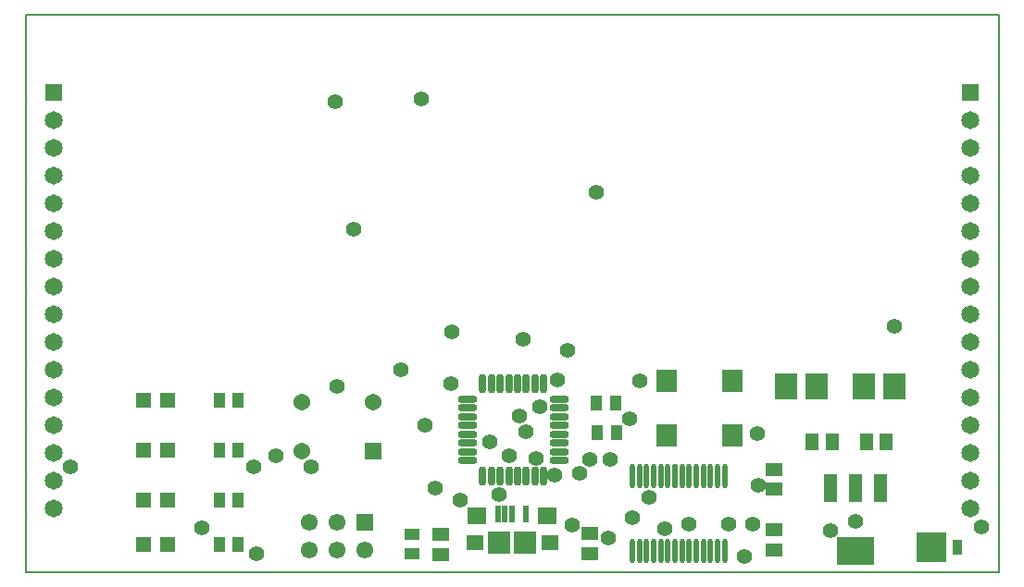
<source format=gts>
G04 Layer_Color=8388736*
%FSLAX25Y25*%
%MOIN*%
G70*
G01*
G75*
%ADD31C,0.00787*%
%ADD32R,0.06063X0.06063*%
%ADD33C,0.06063*%
%ADD34R,0.06102X0.06102*%
%ADD35C,0.06102*%
%ADD43R,0.02165X0.06496*%
%ADD44R,0.06890X0.06102*%
%ADD45R,0.06299X0.05709*%
%ADD46R,0.08071X0.08071*%
%ADD47R,0.06496X0.04528*%
%ADD48R,0.05709X0.04134*%
%ADD49R,0.06299X0.05118*%
%ADD50O,0.01968X0.08858*%
%ADD51O,0.02181X0.09071*%
%ADD52R,0.04528X0.10039*%
%ADD53R,0.13583X0.10039*%
%ADD54R,0.05709X0.05709*%
%ADD55R,0.04134X0.05709*%
%ADD56R,0.07480X0.08268*%
%ADD57O,0.02756X0.07087*%
%ADD58O,0.07087X0.02756*%
%ADD59R,0.05118X0.06299*%
%ADD60R,0.08268X0.09449*%
%ADD61R,0.03591X0.05591*%
%ADD62R,0.11102X0.10591*%
%ADD63R,0.06496X0.06496*%
%ADD64C,0.06496*%
%ADD65C,0.05591*%
D31*
X3Y-32D02*
X350397D01*
X3D02*
Y200755D01*
X350397D01*
Y-32D02*
Y200755D01*
D32*
X124995Y43642D02*
D03*
D33*
X99405D02*
D03*
X124995Y61358D02*
D03*
X99405D02*
D03*
D34*
X122200Y17800D02*
D03*
D35*
Y7800D02*
D03*
X112200Y17800D02*
D03*
Y7800D02*
D03*
X102200Y17800D02*
D03*
Y7800D02*
D03*
D43*
X170079Y20999D02*
D03*
X172638D02*
D03*
X175197D02*
D03*
X180315D02*
D03*
D44*
X162599Y20113D02*
D03*
X187795D02*
D03*
D45*
X161713Y10468D02*
D03*
X188681D02*
D03*
D46*
X170473D02*
D03*
X179921D02*
D03*
D47*
X203300Y6498D02*
D03*
Y13782D02*
D03*
D48*
X139000Y13445D02*
D03*
Y6555D02*
D03*
D49*
X149500Y13443D02*
D03*
Y6357D02*
D03*
X269503Y36868D02*
D03*
Y29781D02*
D03*
X269500Y8000D02*
D03*
Y15087D02*
D03*
D50*
X218500Y7500D02*
D03*
X221059D02*
D03*
X223618D02*
D03*
X226177D02*
D03*
X228736D02*
D03*
X231295D02*
D03*
X233854D02*
D03*
X236413D02*
D03*
X238972D02*
D03*
X241531D02*
D03*
X244090D02*
D03*
X246650D02*
D03*
X249209D02*
D03*
X251767D02*
D03*
X218500Y34665D02*
D03*
X221059D02*
D03*
X223618D02*
D03*
X226177D02*
D03*
X228736D02*
D03*
X231295D02*
D03*
X236413D02*
D03*
X238972D02*
D03*
X241531D02*
D03*
X244090D02*
D03*
X246650D02*
D03*
X249209D02*
D03*
X251767D02*
D03*
D51*
X233854D02*
D03*
D52*
X307858Y30285D02*
D03*
X298803D02*
D03*
X289748D02*
D03*
D53*
X298803Y7451D02*
D03*
D54*
X51131Y61800D02*
D03*
X42469D02*
D03*
X51131Y43800D02*
D03*
X42469D02*
D03*
X51131Y25800D02*
D03*
X42469D02*
D03*
X51131Y9800D02*
D03*
X42469D02*
D03*
D55*
X212745Y50300D02*
D03*
X205855D02*
D03*
X205510Y60700D02*
D03*
X212400D02*
D03*
X76576Y43800D02*
D03*
X69686D02*
D03*
X76575Y25800D02*
D03*
X69686D02*
D03*
X76575Y61800D02*
D03*
X69686D02*
D03*
X76576Y9800D02*
D03*
X69686D02*
D03*
D56*
X254372Y68743D02*
D03*
Y49057D02*
D03*
X230828Y68743D02*
D03*
Y49057D02*
D03*
D57*
X186624Y67716D02*
D03*
X183474D02*
D03*
X180324D02*
D03*
X177175D02*
D03*
X174025D02*
D03*
X170876D02*
D03*
X167726D02*
D03*
X164576D02*
D03*
Y34646D02*
D03*
X167726D02*
D03*
X170876D02*
D03*
X174025D02*
D03*
X177175D02*
D03*
X180324D02*
D03*
X183474D02*
D03*
X186624D02*
D03*
D58*
X159065Y62205D02*
D03*
Y59055D02*
D03*
Y55905D02*
D03*
Y52756D02*
D03*
Y49606D02*
D03*
Y46457D02*
D03*
Y43307D02*
D03*
Y40157D02*
D03*
X192135D02*
D03*
Y43307D02*
D03*
Y46457D02*
D03*
Y49606D02*
D03*
Y52756D02*
D03*
Y55905D02*
D03*
Y59055D02*
D03*
Y62205D02*
D03*
D59*
X283260Y46868D02*
D03*
X290347D02*
D03*
X302803D02*
D03*
X309890D02*
D03*
D60*
X273976Y66868D02*
D03*
X284803D02*
D03*
X301976D02*
D03*
X312803D02*
D03*
D61*
X335600Y8700D02*
D03*
D62*
X326309D02*
D03*
D63*
X10200Y172700D02*
D03*
X340200D02*
D03*
D64*
X10200Y162700D02*
D03*
Y152700D02*
D03*
Y142700D02*
D03*
Y132700D02*
D03*
Y122700D02*
D03*
Y112700D02*
D03*
Y102700D02*
D03*
Y92700D02*
D03*
Y82700D02*
D03*
Y72700D02*
D03*
Y62700D02*
D03*
Y52700D02*
D03*
Y42700D02*
D03*
Y32700D02*
D03*
Y22700D02*
D03*
X340200Y162700D02*
D03*
Y152700D02*
D03*
Y142700D02*
D03*
Y132700D02*
D03*
Y122700D02*
D03*
Y112700D02*
D03*
Y102700D02*
D03*
Y92700D02*
D03*
Y82700D02*
D03*
Y72700D02*
D03*
Y62700D02*
D03*
Y52700D02*
D03*
Y42700D02*
D03*
Y32700D02*
D03*
Y22700D02*
D03*
D65*
X118000Y123500D02*
D03*
X205500Y137000D02*
D03*
X102803Y37718D02*
D03*
X135103Y72700D02*
D03*
X16203Y37718D02*
D03*
X82282D02*
D03*
X190603Y34718D02*
D03*
X195003Y79918D02*
D03*
X147378Y30343D02*
D03*
X217603Y55118D02*
D03*
X177753Y56118D02*
D03*
X153116Y68005D02*
D03*
X191403Y69365D02*
D03*
X289748Y14818D02*
D03*
X209903Y12318D02*
D03*
X183903Y40718D02*
D03*
X170503Y27818D02*
D03*
X258703Y5618D02*
D03*
X263803Y31168D02*
D03*
X143710Y52700D02*
D03*
X180269Y50368D02*
D03*
X344303Y16218D02*
D03*
X312803Y88418D02*
D03*
X156403Y25918D02*
D03*
X196903Y16918D02*
D03*
X90203Y41818D02*
D03*
X238753Y17218D02*
D03*
X261903Y17118D02*
D03*
X218603Y19518D02*
D03*
X253303Y17118D02*
D03*
X298803Y18218D02*
D03*
X112103Y66718D02*
D03*
X221203Y68743D02*
D03*
X263403Y49818D02*
D03*
X83000Y6500D02*
D03*
X185000Y59500D02*
D03*
X174000Y42000D02*
D03*
X167000Y47000D02*
D03*
X224500Y27000D02*
D03*
X230000Y15500D02*
D03*
X203000Y40500D02*
D03*
X199500Y35500D02*
D03*
X210500Y40500D02*
D03*
X63500Y16000D02*
D03*
X142500Y170500D02*
D03*
X111500Y169500D02*
D03*
X153500Y86500D02*
D03*
X179000Y84000D02*
D03*
M02*

</source>
